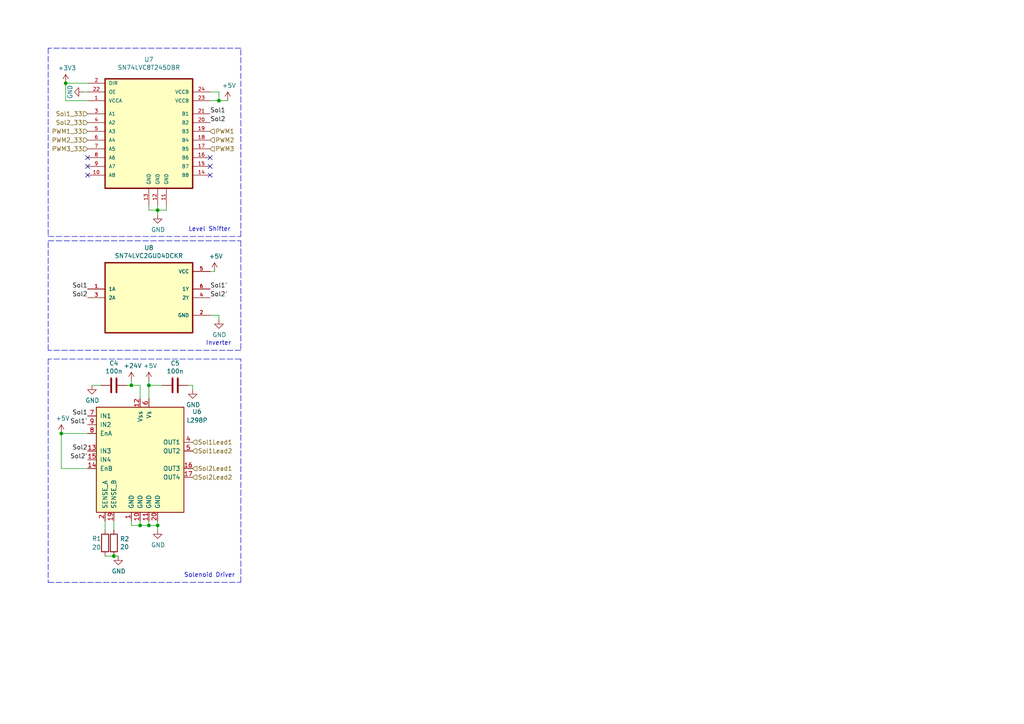
<source format=kicad_sch>
(kicad_sch (version 20211123) (generator eeschema)
  (paper "A4")
  (lib_symbols
    (symbol "Device:C" (pin_numbers hide) (pin_names (offset 0.254))
      (property "Reference" "C" (at 0.635 2.54 0))
      (property "Value" "C" (at 0.635 -2.54 0))
      (symbol "C_0_1"
        (polyline (pts (xy -2.032 -0.762) (xy 2.032 -0.762)) (stroke (width 0.508)))
        (polyline (pts (xy -2.032 0.762) (xy 2.032 0.762)) (stroke (width 0.508)))
      )
      (symbol "C_1_1"
        (pin passive line (at 0 3.81 270) (length 2.794) (name "~") (number "1"))
        (pin passive line (at 0 -3.81 90) (length 2.794) (name "~") (number "2"))
      )
    )
    (symbol "Device:R" (pin_numbers hide) (pin_names (offset 0))
      (property "Reference" "R" (at 2.032 0 90))
      (property "Value" "R" (at 0 0 90))
      (symbol "R_0_1"
        (rectangle (start -1.016 -2.54) (end 1.016 2.54) (stroke (width 0.254)))
      )
      (symbol "R_1_1"
        (pin passive line (at 0 3.81 270) (length 1.27) (name "~") (number "1"))
        (pin passive line (at 0 -3.81 90) (length 1.27) (name "~") (number "2"))
      )
    )
    (symbol "Driver_Motor:L298P" (pin_names (offset 1.016))
      (property "Reference" "U" (at -10.16 16.51 0))
      (property "Value" "L298P" (at 10.16 -16.51 0))
      (symbol "L298P_0_1"
        (rectangle (start -12.7 15.24) (end 12.7 -15.24) (stroke (width 0.254)) (fill (type background)))
      )
      (symbol "L298P_1_1"
        (pin power_in line (at -2.54 -17.78 90) (length 2.54) (name "GND") (number "1"))
        (pin power_in line (at 0 -17.78 90) (length 2.54) (name "GND") (number "10"))
        (pin power_in line (at 2.54 -17.78 90) (length 2.54) (name "GND") (number "11"))
        (pin power_in line (at 0 17.78 270) (length 2.54) (name "Vss") (number "12"))
        (pin input line (at -15.24 2.54 0) (length 2.54) (name "IN3") (number "13"))
        (pin input line (at -15.24 -2.54 0) (length 2.54) (name "EnB") (number "14"))
        (pin input line (at -15.24 0 0) (length 2.54) (name "IN4") (number "15"))
        (pin output line (at 15.24 -2.54 180) (length 2.54) (name "OUT3") (number "16"))
        (pin output line (at 15.24 -5.08 180) (length 2.54) (name "OUT4") (number "17"))
        (pin no_connect line (at 15.24 10.16 180) (length 2.54) hide (name "NC") (number "18"))
        (pin power_in line (at -7.62 -17.78 90) (length 2.54) (name "SENSE_B") (number "19"))
        (pin power_in line (at -10.16 -17.78 90) (length 2.54) (name "SENSE_A") (number "2"))
        (pin power_in line (at 5.08 -17.78 90) (length 2.54) (name "GND") (number "20"))
        (pin no_connect line (at 15.24 12.7 180) (length 2.54) hide (name "NC") (number "3"))
        (pin output line (at 15.24 5.08 180) (length 2.54) (name "OUT1") (number "4"))
        (pin output line (at 15.24 2.54 180) (length 2.54) (name "OUT2") (number "5"))
        (pin power_in line (at 2.54 17.78 270) (length 2.54) (name "Vs") (number "6"))
        (pin input line (at -15.24 12.7 0) (length 2.54) (name "IN1") (number "7"))
        (pin input line (at -15.24 7.62 0) (length 2.54) (name "EnA") (number "8"))
        (pin input line (at -15.24 10.16 0) (length 2.54) (name "IN2") (number "9"))
      )
    )
    (symbol "Prop-rescue:SN74LVC2GU04DCKR-star-common-lib" (pin_names (offset 1.016))
      (property "Reference" "U" (at -12.7 11.1506 0))
      (property "Value" "SN74LVC2GU04DCKR-star-common-lib" (at -12.7 -14.1478 0))
      (symbol "SN74LVC2GU04DCKR-star-common-lib_0_0"
        (rectangle (start -12.7 -10.16) (end 12.7 10.16) (stroke (width 0.4064)) (fill (type background)))
        (pin input line (at -17.78 2.54 0) (length 5.08) (name "1A") (number "1"))
        (pin power_in line (at 17.78 -5.08 180) (length 5.08) (name "GND") (number "2"))
        (pin input line (at -17.78 0 0) (length 5.08) (name "2A") (number "3"))
        (pin output line (at 17.78 0 180) (length 5.08) (name "2Y") (number "4"))
        (pin power_in line (at 17.78 7.62 180) (length 5.08) (name "VCC") (number "5"))
        (pin output line (at 17.78 2.54 180) (length 5.08) (name "1Y") (number "6"))
      )
    )
    (symbol "Prop-rescue:SN74LVC8T245DBR-star-common-lib" (pin_names (offset 1.016))
      (property "Reference" "U" (at -12.7 28.9306 0))
      (property "Value" "SN74LVC8T245DBR-star-common-lib" (at -8.89 13.97 0))
      (symbol "SN74LVC8T245DBR-star-common-lib_0_0"
        (rectangle (start -12.7 -5.08) (end 12.7 26.67) (stroke (width 0.4064)) (fill (type background)))
        (pin power_in line (at -17.78 20.32 0) (length 5.08) (name "VCCA") (number "1"))
        (pin bidirectional line (at -17.78 -1.27 0) (length 5.08) (name "A8") (number "10"))
        (pin power_in line (at 5.08 -10.16 90) (length 5.08) (name "GND") (number "11"))
        (pin power_in line (at 2.54 -10.16 90) (length 5.08) (name "GND") (number "12"))
        (pin power_in line (at 0 -10.16 90) (length 5.08) (name "GND") (number "13"))
        (pin bidirectional line (at 17.78 -1.27 180) (length 5.08) (name "B8") (number "14"))
        (pin bidirectional line (at 17.78 1.27 180) (length 5.08) (name "B7") (number "15"))
        (pin bidirectional line (at 17.78 3.81 180) (length 5.08) (name "B6") (number "16"))
        (pin bidirectional line (at 17.78 6.35 180) (length 5.08) (name "B5") (number "17"))
        (pin bidirectional line (at 17.78 8.89 180) (length 5.08) (name "B4") (number "18"))
        (pin bidirectional line (at 17.78 11.43 180) (length 5.08) (name "B3") (number "19"))
        (pin input line (at -17.78 25.4 0) (length 5.08) (name "DIR") (number "2"))
        (pin bidirectional line (at 17.78 13.97 180) (length 5.08) (name "B2") (number "20"))
        (pin bidirectional line (at 17.78 16.51 180) (length 5.08) (name "B1") (number "21"))
        (pin input line (at -17.78 22.86 0) (length 5.08) (name "OE") (number "22"))
        (pin power_in line (at 17.78 20.32 180) (length 5.08) (name "VCCB") (number "23"))
        (pin power_in line (at 17.78 22.86 180) (length 5.08) (name "VCCB") (number "24"))
        (pin bidirectional line (at -17.78 16.51 0) (length 5.08) (name "A1") (number "3"))
        (pin bidirectional line (at -17.78 13.97 0) (length 5.08) (name "A2") (number "4"))
        (pin bidirectional line (at -17.78 11.43 0) (length 5.08) (name "A3") (number "5"))
        (pin bidirectional line (at -17.78 8.89 0) (length 5.08) (name "A4") (number "6"))
        (pin bidirectional line (at -17.78 6.35 0) (length 5.08) (name "A5") (number "7"))
        (pin bidirectional line (at -17.78 3.81 0) (length 5.08) (name "A6") (number "8"))
        (pin bidirectional line (at -17.78 1.27 0) (length 5.08) (name "A7") (number "9"))
      )
    )
    (symbol "power:+24V" (power) (pin_names (offset 0))
      (property "Value" "+24V" (at 0 3.556 0))
      (symbol "+24V_0_1"
        (polyline (pts (xy -0.762 1.27) (xy 0 2.54)))
        (polyline (pts (xy 0 0) (xy 0 2.54)))
        (polyline (pts (xy 0 2.54) (xy 0.762 1.27)))
      )
      (symbol "+24V_1_1"
        (pin power_in line (at 0 0 90) (length 0) hide (name "+24V") (number "1"))
      )
    )
    (symbol "power:+3.3V" (power) (pin_names (offset 0))
      (property "Value" "+3.3V" (at 0 3.556 0))
      (symbol "+3.3V_0_1"
        (polyline (pts (xy -0.762 1.27) (xy 0 2.54)))
        (polyline (pts (xy 0 0) (xy 0 2.54)))
        (polyline (pts (xy 0 2.54) (xy 0.762 1.27)))
      )
      (symbol "+3.3V_1_1"
        (pin power_in line (at 0 0 90) (length 0) hide (name "+3V3") (number "1"))
      )
    )
    (symbol "power:+5V" (power) (pin_names (offset 0))
      (property "Value" "+5V" (at 0 3.556 0))
      (symbol "+5V_0_1"
        (polyline (pts (xy -0.762 1.27) (xy 0 2.54)))
        (polyline (pts (xy 0 0) (xy 0 2.54)))
        (polyline (pts (xy 0 2.54) (xy 0.762 1.27)))
      )
      (symbol "+5V_1_1"
        (pin power_in line (at 0 0 90) (length 0) hide (name "+5V") (number "1"))
      )
    )
    (symbol "power:GND" (power) (pin_names (offset 0))
      (property "Value" "GND" (at 0 -3.81 0))
      (symbol "GND_0_1"
        (polyline (pts (xy 0 0) (xy 0 -1.27) (xy 1.27 -1.27) (xy 0 -2.54) (xy -1.27 -1.27) (xy 0 -1.27)))
      )
      (symbol "GND_1_1"
        (pin power_in line (at 0 0 270) (length 0) hide (name "GND") (number "1"))
      )
    )
  )
  (junction (at 33.02 161.29))
  (junction (at 43.18 152.4))
  (junction (at 63.5 29.21))
  (junction (at 19.05 24.13))
  (junction (at 45.72 60.96))
  (junction (at 17.78 125.73))
  (junction (at 45.72 152.4))
  (junction (at 38.1 111.76))
  (junction (at 40.64 152.4))
  (junction (at 43.18 111.76))
  (no_connect (at 25.4 45.72))
  (no_connect (at 60.96 50.8))
  (no_connect (at 60.96 45.72))
  (no_connect (at 60.96 48.26))
  (no_connect (at 25.4 48.26))
  (no_connect (at 25.4 50.8))
  (wire (pts (xy 54.61 111.76) (xy 55.88 111.76)))
  (wire (pts (xy 38.1 151.13) (xy 38.1 152.4)))
  (polyline (pts (xy 13.97 101.6) (xy 13.97 69.85)))
  (wire (pts (xy 63.5 29.21) (xy 60.96 29.21)))
  (wire (pts (xy 45.72 153.67) (xy 45.72 152.4)))
  (wire (pts (xy 63.5 26.67) (xy 63.5 29.21)))
  (wire (pts (xy 40.64 111.76) (xy 40.64 115.57)))
  (wire (pts (xy 45.72 152.4) (xy 45.72 151.13)))
  (wire (pts (xy 17.78 135.89) (xy 25.4 135.89)))
  (wire (pts (xy 60.96 26.67) (xy 63.5 26.67)))
  (wire (pts (xy 48.26 59.69) (xy 48.26 60.96)))
  (wire (pts (xy 45.72 62.23) (xy 45.72 60.96)))
  (wire (pts (xy 46.99 111.76) (xy 43.18 111.76)))
  (polyline (pts (xy 69.85 101.6) (xy 13.97 101.6)))
  (wire (pts (xy 48.26 60.96) (xy 45.72 60.96)))
  (polyline (pts (xy 13.97 68.58) (xy 69.85 68.58)))
  (wire (pts (xy 29.21 111.76) (xy 26.67 111.76)))
  (wire (pts (xy 33.02 153.67) (xy 33.02 151.13)))
  (wire (pts (xy 43.18 110.49) (xy 43.18 111.76)))
  (wire (pts (xy 66.04 29.21) (xy 63.5 29.21)))
  (wire (pts (xy 60.96 91.44) (xy 63.5 91.44)))
  (wire (pts (xy 43.18 60.96) (xy 45.72 60.96)))
  (polyline (pts (xy 13.97 69.85) (xy 69.85 69.85)))
  (wire (pts (xy 43.18 111.76) (xy 43.18 115.57)))
  (wire (pts (xy 24.13 26.67) (xy 25.4 26.67)))
  (polyline (pts (xy 13.97 104.14) (xy 13.97 168.91)))
  (polyline (pts (xy 69.85 13.97) (xy 13.97 13.97)))
  (wire (pts (xy 25.4 125.73) (xy 17.78 125.73)))
  (wire (pts (xy 38.1 111.76) (xy 40.64 111.76)))
  (wire (pts (xy 25.4 24.13) (xy 19.05 24.13)))
  (wire (pts (xy 38.1 152.4) (xy 40.64 152.4)))
  (wire (pts (xy 43.18 59.69) (xy 43.18 60.96)))
  (wire (pts (xy 19.05 29.21) (xy 25.4 29.21)))
  (wire (pts (xy 43.18 151.13) (xy 43.18 152.4)))
  (wire (pts (xy 30.48 153.67) (xy 30.48 151.13)))
  (polyline (pts (xy 13.97 13.97) (xy 13.97 68.58)))
  (polyline (pts (xy 69.85 68.58) (xy 69.85 13.97)))
  (wire (pts (xy 55.88 111.76) (xy 55.88 113.03)))
  (polyline (pts (xy 69.85 104.14) (xy 13.97 104.14)))
  (wire (pts (xy 62.23 78.74) (xy 60.96 78.74)))
  (wire (pts (xy 36.83 111.76) (xy 38.1 111.76)))
  (wire (pts (xy 63.5 91.44) (xy 63.5 92.71)))
  (wire (pts (xy 17.78 125.73) (xy 17.78 135.89)))
  (wire (pts (xy 38.1 110.49) (xy 38.1 111.76)))
  (wire (pts (xy 34.29 161.29) (xy 33.02 161.29)))
  (polyline (pts (xy 69.85 69.85) (xy 69.85 101.6)))
  (polyline (pts (xy 13.97 168.91) (xy 69.85 168.91)))
  (wire (pts (xy 33.02 161.29) (xy 30.48 161.29)))
  (wire (pts (xy 19.05 24.13) (xy 19.05 29.21)))
  (polyline (pts (xy 69.85 168.91) (xy 69.85 104.14)))
  (wire (pts (xy 43.18 152.4) (xy 45.72 152.4)))
  (wire (pts (xy 45.72 60.96) (xy 45.72 59.69)))
  (wire (pts (xy 40.64 152.4) (xy 40.64 151.13)))
  (wire (pts (xy 40.64 152.4) (xy 43.18 152.4)))
  (text "Level Shifter" (at 54.61 67.31 0) (effects (font (size 1.27 1.27)) (justify left bottom)))
  (text "Solenoid Driver" (at 53.34 167.64 0) (effects (font (size 1.27 1.27)) (justify left bottom)))
  (text "Inverter" (at 59.69 100.33 0) (effects (font (size 1.27 1.27)) (justify left bottom)))
  (label "Sol2" (at 60.96 35.56 0))
  (label "Sol1" (at 25.4 120.65 180))
  (label "Sol2'" (at 25.4 133.35 180))
  (label "Sol2" (at 25.4 86.36 180))
  (label "Sol1" (at 25.4 83.82 180))
  (label "Sol1'" (at 60.96 83.82 0))
  (label "Sol2" (at 25.4 130.81 180))
  (label "Sol2'" (at 60.96 86.36 0))
  (label "Sol1" (at 60.96 33.02 0))
  (label "Sol1'" (at 25.4 123.19 180))
  (hierarchical_label "Sol2Lead2" (shape input) (at 55.88 138.43 0))
  (hierarchical_label "PWM3_33" (shape input) (at 25.4 43.18 180))
  (hierarchical_label "Sol2_33" (shape input) (at 25.4 35.56 180))
  (hierarchical_label "Sol1Lead2" (shape input) (at 55.88 130.81 0))
  (hierarchical_label "Sol1Lead1" (shape input) (at 55.88 128.27 0))
  (hierarchical_label "PWM1_33" (shape input) (at 25.4 38.1 180))
  (hierarchical_label "Sol1_33" (shape input) (at 25.4 33.02 180))
  (hierarchical_label "PWM3" (shape input) (at 60.96 43.18 0))
  (hierarchical_label "PWM1" (shape input) (at 60.96 38.1 0))
  (hierarchical_label "PWM2" (shape input) (at 60.96 40.64 0))
  (hierarchical_label "Sol2Lead1" (shape input) (at 55.88 135.89 0))
  (hierarchical_label "PWM2_33" (shape input) (at 25.4 40.64 180))
  (symbol (lib_id "Driver_Motor:L298P") (at 40.64 133.35 0) (unit 1)
    (property "Reference" "U6" (at 57.15 119.38 0))
    (property "Value" "L298P" (at 57.15 121.92 0))
    (property "Footprint" "star-common-lib:SOIC127P1420X360-20N" (effects hide))
    (property "Datasheet" "http://www.st.com/st-web-ui/static/active/en/resource/technical/document/datasheet/CD00000240.pdf" (effects hide))
  )
  (symbol (lib_id "power:+3.3V") (at 19.05 24.13 0) (unit 1)
    (property "Reference" "#PWR0148" (effects hide))
    (property "Value" "+3.3V" (at 19.431 19.7358 0))
  )
  (symbol (lib_id "power:+5V") (at 62.23 78.74 0) (unit 1)
    (property "Reference" "#PWR0149" (effects hide))
    (property "Value" "+5V" (at 62.611 74.3458 0))
  )
  (symbol (lib_id "power:+5V") (at 66.04 29.21 0) (unit 1)
    (property "Reference" "#PWR0150" (effects hide))
    (property "Value" "+5V" (at 66.421 24.8158 0))
  )
  (symbol (lib_id "power:GND") (at 45.72 62.23 0) (unit 1)
    (property "Reference" "#PWR0151" (effects hide))
    (property "Value" "GND" (at 45.847 66.6242 0))
  )
  (symbol (lib_id "power:GND") (at 63.5 92.71 0) (unit 1)
    (property "Reference" "#PWR0160" (effects hide))
    (property "Value" "GND" (at 63.627 97.1042 0))
  )
  (symbol (lib_id "power:GND") (at 45.72 153.67 0) (unit 1)
    (property "Reference" "#PWR0152" (effects hide))
    (property "Value" "GND" (at 45.847 158.0642 0))
  )
  (symbol (lib_id "Device:R") (at 33.02 157.48 0) (unit 1)
    (property "Reference" "R2" (at 34.798 156.3116 0) (effects (justify left)))
    (property "Value" "20" (at 34.798 158.623 0) (effects (justify left)))
    (property "Footprint" "Resistor_SMD:R_0603_1608Metric" (effects hide))
  )
  (symbol (lib_id "Device:R") (at 30.48 157.48 180) (unit 1)
    (property "Reference" "R1" (at 26.67 156.21 0) (effects (justify right)))
    (property "Value" "20" (at 26.67 158.75 0) (effects (justify right)))
    (property "Footprint" "Resistor_SMD:R_0603_1608Metric" (effects hide))
  )
  (symbol (lib_id "power:GND") (at 34.29 161.29 0) (unit 1)
    (property "Reference" "#PWR0153" (effects hide))
    (property "Value" "GND" (at 34.417 165.6842 0))
  )
  (symbol (lib_id "power:+5V") (at 17.78 125.73 0) (unit 1)
    (property "Reference" "#PWR0154" (effects hide))
    (property "Value" "+5V" (at 18.161 121.3358 0))
  )
  (symbol (lib_id "power:+5V") (at 43.18 110.49 0) (unit 1)
    (property "Reference" "#PWR0156" (effects hide))
    (property "Value" "+5V" (at 43.561 106.0958 0))
  )
  (symbol (lib_id "Device:C") (at 50.8 111.76 270) (unit 1)
    (property "Reference" "C5" (at 50.8 105.3592 90))
    (property "Value" "100n" (at 50.8 107.6706 90))
    (property "Footprint" "Capacitor_SMD:C_0603_1608Metric" (effects hide))
  )
  (symbol (lib_id "Device:C") (at 33.02 111.76 270) (unit 1)
    (property "Reference" "C4" (at 33.02 105.3592 90))
    (property "Value" "100n" (at 33.02 107.6706 90))
    (property "Footprint" "Capacitor_SMD:C_0603_1608Metric" (effects hide))
  )
  (symbol (lib_id "power:GND") (at 55.88 113.03 0) (unit 1)
    (property "Reference" "#PWR0157" (effects hide))
    (property "Value" "GND" (at 56.007 117.4242 0))
  )
  (symbol (lib_id "power:GND") (at 26.67 111.76 0) (unit 1)
    (property "Reference" "#PWR0158" (effects hide))
    (property "Value" "GND" (at 26.797 116.1542 0))
  )
  (symbol (lib_id "Prop-rescue:SN74LVC2GU04DCKR-star-common-lib") (at 43.18 86.36 0) (unit 1)
    (property "Reference" "U8" (at 43.18 71.882 0))
    (property "Value" "SN74LVC2GU04DCKR" (at 43.18 74.1934 0))
    (property "Footprint" "star-common-lib:SN74LVC2GU04_SOT65P210X110-6N" (effects hide))
  )
  (symbol (lib_id "Prop-rescue:SN74LVC8T245DBR-star-common-lib") (at 43.18 49.53 0) (unit 1)
    (property "Reference" "U7" (at 43.18 17.272 0))
    (property "Value" "SN74LVC8T245DBR" (at 43.18 19.5834 0))
    (property "Footprint" "star-common-lib:SN74LVC8T245DBR_SOP65P780X200-24N" (effects hide))
    (property "Datasheet" "https://www.ti.com/lit/ds/sces584b/sces584b.pdf" (effects hide))
    (property "Package" "SOP65P780X200-24N" (effects hide))
    (property "Manufacturer" "Texas Instruments" (effects hide))
  )
  (symbol (lib_id "power:GND") (at 24.13 26.67 270) (unit 1)
    (property "Reference" "#PWR0159" (effects hide))
    (property "Value" "GND" (at 20.32 26.67 0))
  )
  (symbol (lib_id "power:+24V") (at 38.1 110.49 0) (unit 1)
    (property "Reference" "#PWR0185" (effects hide))
    (property "Value" "+24V" (at 38.481 106.0958 0))
  )
)
</source>
